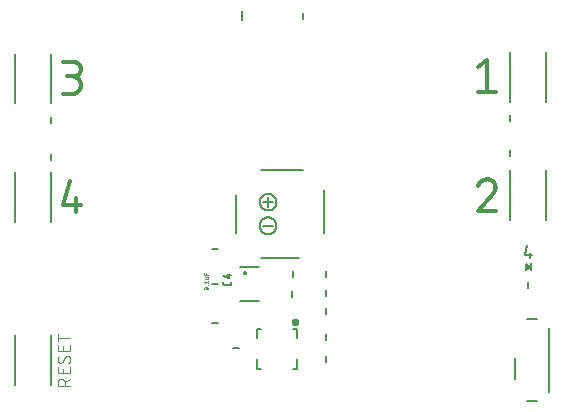
<source format=gto>
G75*
%MOIN*%
%OFA0B0*%
%FSLAX25Y25*%
%IPPOS*%
%LPD*%
%AMOC8*
5,1,8,0,0,1.08239X$1,22.5*
%
%ADD10C,0.01400*%
%ADD11C,0.00400*%
%ADD12C,0.00500*%
%ADD13C,0.00800*%
%ADD14C,0.01600*%
%ADD15R,0.00500X0.03000*%
%ADD16C,0.00600*%
%ADD17C,0.00200*%
D10*
X0035822Y0095600D02*
X0035822Y0100311D01*
X0037589Y0097956D02*
X0031700Y0097956D01*
X0034056Y0106200D01*
X0034644Y0135025D02*
X0031700Y0135025D01*
X0034644Y0135025D02*
X0034752Y0135027D01*
X0034859Y0135033D01*
X0034966Y0135043D01*
X0035073Y0135056D01*
X0035179Y0135074D01*
X0035284Y0135095D01*
X0035389Y0135121D01*
X0035492Y0135150D01*
X0035595Y0135183D01*
X0035696Y0135219D01*
X0035795Y0135260D01*
X0035894Y0135303D01*
X0035990Y0135351D01*
X0036085Y0135402D01*
X0036178Y0135456D01*
X0036268Y0135514D01*
X0036357Y0135575D01*
X0036443Y0135639D01*
X0036527Y0135706D01*
X0036609Y0135776D01*
X0036687Y0135850D01*
X0036763Y0135926D01*
X0036837Y0136004D01*
X0036907Y0136086D01*
X0036974Y0136170D01*
X0037038Y0136256D01*
X0037099Y0136345D01*
X0037157Y0136435D01*
X0037211Y0136528D01*
X0037262Y0136623D01*
X0037310Y0136719D01*
X0037353Y0136818D01*
X0037394Y0136917D01*
X0037430Y0137018D01*
X0037463Y0137121D01*
X0037492Y0137224D01*
X0037518Y0137329D01*
X0037539Y0137434D01*
X0037557Y0137540D01*
X0037570Y0137647D01*
X0037580Y0137754D01*
X0037586Y0137861D01*
X0037588Y0137969D01*
X0037586Y0138077D01*
X0037580Y0138184D01*
X0037570Y0138291D01*
X0037557Y0138398D01*
X0037539Y0138504D01*
X0037518Y0138609D01*
X0037492Y0138714D01*
X0037463Y0138817D01*
X0037430Y0138920D01*
X0037394Y0139021D01*
X0037353Y0139120D01*
X0037310Y0139219D01*
X0037262Y0139315D01*
X0037211Y0139410D01*
X0037157Y0139503D01*
X0037099Y0139593D01*
X0037038Y0139682D01*
X0036974Y0139768D01*
X0036907Y0139852D01*
X0036837Y0139934D01*
X0036763Y0140012D01*
X0036687Y0140088D01*
X0036609Y0140162D01*
X0036527Y0140232D01*
X0036443Y0140299D01*
X0036357Y0140363D01*
X0036268Y0140424D01*
X0036178Y0140482D01*
X0036085Y0140536D01*
X0035990Y0140587D01*
X0035894Y0140635D01*
X0035795Y0140678D01*
X0035696Y0140719D01*
X0035595Y0140755D01*
X0035492Y0140788D01*
X0035389Y0140817D01*
X0035284Y0140843D01*
X0035179Y0140864D01*
X0035073Y0140882D01*
X0034966Y0140895D01*
X0034859Y0140905D01*
X0034752Y0140911D01*
X0034644Y0140913D01*
X0035233Y0140914D02*
X0032878Y0140914D01*
X0035233Y0140913D02*
X0035329Y0140915D01*
X0035425Y0140921D01*
X0035521Y0140931D01*
X0035616Y0140944D01*
X0035710Y0140962D01*
X0035804Y0140983D01*
X0035897Y0141008D01*
X0035988Y0141037D01*
X0036079Y0141070D01*
X0036168Y0141106D01*
X0036255Y0141146D01*
X0036341Y0141190D01*
X0036425Y0141237D01*
X0036507Y0141287D01*
X0036587Y0141341D01*
X0036664Y0141397D01*
X0036739Y0141457D01*
X0036812Y0141520D01*
X0036882Y0141586D01*
X0036949Y0141655D01*
X0037014Y0141726D01*
X0037075Y0141800D01*
X0037133Y0141876D01*
X0037189Y0141955D01*
X0037241Y0142036D01*
X0037289Y0142119D01*
X0037334Y0142204D01*
X0037376Y0142290D01*
X0037414Y0142379D01*
X0037449Y0142468D01*
X0037480Y0142559D01*
X0037507Y0142651D01*
X0037530Y0142745D01*
X0037549Y0142839D01*
X0037565Y0142934D01*
X0037577Y0143029D01*
X0037585Y0143125D01*
X0037589Y0143221D01*
X0037589Y0143317D01*
X0037585Y0143413D01*
X0037577Y0143509D01*
X0037565Y0143604D01*
X0037549Y0143699D01*
X0037530Y0143793D01*
X0037507Y0143887D01*
X0037480Y0143979D01*
X0037449Y0144070D01*
X0037414Y0144159D01*
X0037376Y0144248D01*
X0037334Y0144334D01*
X0037289Y0144419D01*
X0037241Y0144502D01*
X0037189Y0144583D01*
X0037133Y0144662D01*
X0037075Y0144738D01*
X0037014Y0144812D01*
X0036949Y0144883D01*
X0036882Y0144952D01*
X0036812Y0145018D01*
X0036739Y0145081D01*
X0036664Y0145141D01*
X0036587Y0145197D01*
X0036507Y0145251D01*
X0036425Y0145301D01*
X0036341Y0145348D01*
X0036255Y0145392D01*
X0036168Y0145432D01*
X0036079Y0145468D01*
X0035988Y0145501D01*
X0035897Y0145530D01*
X0035804Y0145555D01*
X0035710Y0145576D01*
X0035616Y0145594D01*
X0035521Y0145607D01*
X0035425Y0145617D01*
X0035329Y0145623D01*
X0035233Y0145625D01*
X0031700Y0145625D01*
X0169911Y0144044D02*
X0172856Y0146400D01*
X0172856Y0135800D01*
X0175800Y0135800D02*
X0169911Y0135800D01*
X0175800Y0103925D02*
X0175798Y0103820D01*
X0175792Y0103716D01*
X0175783Y0103611D01*
X0175769Y0103507D01*
X0175752Y0103404D01*
X0175731Y0103302D01*
X0175706Y0103200D01*
X0175678Y0103099D01*
X0175645Y0102999D01*
X0175609Y0102901D01*
X0175570Y0102804D01*
X0175527Y0102708D01*
X0175480Y0102615D01*
X0175430Y0102522D01*
X0175377Y0102432D01*
X0175321Y0102344D01*
X0175261Y0102258D01*
X0175198Y0102174D01*
X0175132Y0102093D01*
X0175063Y0102014D01*
X0174991Y0101938D01*
X0174917Y0101864D01*
X0169911Y0095975D01*
X0175800Y0095975D01*
X0169912Y0104220D02*
X0169949Y0104329D01*
X0169990Y0104437D01*
X0170035Y0104544D01*
X0170084Y0104649D01*
X0170136Y0104752D01*
X0170191Y0104854D01*
X0170250Y0104953D01*
X0170312Y0105051D01*
X0170378Y0105146D01*
X0170447Y0105239D01*
X0170518Y0105330D01*
X0170593Y0105418D01*
X0170671Y0105504D01*
X0170752Y0105587D01*
X0170835Y0105667D01*
X0170921Y0105744D01*
X0171010Y0105818D01*
X0171101Y0105890D01*
X0171195Y0105958D01*
X0171291Y0106022D01*
X0171389Y0106084D01*
X0171489Y0106142D01*
X0171591Y0106197D01*
X0171694Y0106248D01*
X0171800Y0106296D01*
X0171907Y0106340D01*
X0172015Y0106380D01*
X0172125Y0106417D01*
X0172236Y0106450D01*
X0172348Y0106479D01*
X0172461Y0106504D01*
X0172574Y0106526D01*
X0172689Y0106544D01*
X0172804Y0106557D01*
X0172919Y0106567D01*
X0173034Y0106573D01*
X0173150Y0106575D01*
X0173252Y0106573D01*
X0173353Y0106567D01*
X0173454Y0106558D01*
X0173555Y0106544D01*
X0173655Y0106527D01*
X0173754Y0106505D01*
X0173852Y0106480D01*
X0173950Y0106452D01*
X0174046Y0106419D01*
X0174141Y0106383D01*
X0174234Y0106343D01*
X0174326Y0106300D01*
X0174416Y0106253D01*
X0174504Y0106203D01*
X0174590Y0106149D01*
X0174675Y0106093D01*
X0174756Y0106033D01*
X0174836Y0105969D01*
X0174913Y0105903D01*
X0174988Y0105834D01*
X0175059Y0105763D01*
X0175128Y0105688D01*
X0175194Y0105611D01*
X0175258Y0105531D01*
X0175318Y0105450D01*
X0175374Y0105365D01*
X0175428Y0105279D01*
X0175478Y0105191D01*
X0175525Y0105101D01*
X0175568Y0105009D01*
X0175608Y0104916D01*
X0175644Y0104821D01*
X0175677Y0104725D01*
X0175705Y0104627D01*
X0175730Y0104529D01*
X0175752Y0104430D01*
X0175769Y0104330D01*
X0175783Y0104229D01*
X0175792Y0104128D01*
X0175798Y0104027D01*
X0175800Y0103925D01*
D11*
X0034025Y0053838D02*
X0029825Y0053838D01*
X0029825Y0052671D02*
X0029825Y0055005D01*
X0029825Y0051373D02*
X0029825Y0049506D01*
X0034025Y0049506D01*
X0034025Y0051373D01*
X0031692Y0050906D02*
X0031692Y0049506D01*
X0032275Y0047224D02*
X0031575Y0045941D01*
X0029825Y0046407D02*
X0029827Y0046487D01*
X0029832Y0046568D01*
X0029842Y0046648D01*
X0029854Y0046727D01*
X0029871Y0046806D01*
X0029891Y0046884D01*
X0029915Y0046960D01*
X0029942Y0047036D01*
X0029973Y0047110D01*
X0030007Y0047183D01*
X0030044Y0047255D01*
X0030085Y0047324D01*
X0030128Y0047392D01*
X0030175Y0047457D01*
X0031575Y0045941D02*
X0031544Y0045892D01*
X0031510Y0045845D01*
X0031473Y0045800D01*
X0031434Y0045757D01*
X0031392Y0045717D01*
X0031348Y0045680D01*
X0031302Y0045645D01*
X0031253Y0045614D01*
X0031203Y0045585D01*
X0031151Y0045559D01*
X0031098Y0045537D01*
X0031043Y0045518D01*
X0030987Y0045502D01*
X0030931Y0045490D01*
X0030874Y0045481D01*
X0030816Y0045476D01*
X0030758Y0045474D01*
X0030699Y0045476D01*
X0030641Y0045481D01*
X0030583Y0045491D01*
X0030526Y0045503D01*
X0030470Y0045520D01*
X0030415Y0045540D01*
X0030361Y0045563D01*
X0030309Y0045589D01*
X0030258Y0045619D01*
X0030210Y0045652D01*
X0030163Y0045688D01*
X0030119Y0045727D01*
X0030078Y0045768D01*
X0030039Y0045812D01*
X0030003Y0045859D01*
X0029970Y0045907D01*
X0029940Y0045958D01*
X0029914Y0046010D01*
X0029891Y0046064D01*
X0029871Y0046119D01*
X0029854Y0046175D01*
X0029842Y0046232D01*
X0029832Y0046290D01*
X0029827Y0046348D01*
X0029825Y0046407D01*
X0033442Y0045357D02*
X0033502Y0045419D01*
X0033559Y0045484D01*
X0033613Y0045551D01*
X0033665Y0045621D01*
X0033713Y0045692D01*
X0033758Y0045766D01*
X0033800Y0045842D01*
X0033838Y0045919D01*
X0033873Y0045999D01*
X0033905Y0046079D01*
X0033933Y0046161D01*
X0033957Y0046244D01*
X0033978Y0046328D01*
X0033995Y0046413D01*
X0034008Y0046498D01*
X0034017Y0046584D01*
X0034023Y0046671D01*
X0034025Y0046757D01*
X0034023Y0046816D01*
X0034018Y0046874D01*
X0034008Y0046932D01*
X0033996Y0046989D01*
X0033979Y0047045D01*
X0033959Y0047100D01*
X0033936Y0047154D01*
X0033910Y0047206D01*
X0033880Y0047257D01*
X0033847Y0047305D01*
X0033811Y0047352D01*
X0033772Y0047396D01*
X0033731Y0047437D01*
X0033687Y0047476D01*
X0033640Y0047512D01*
X0033592Y0047545D01*
X0033541Y0047575D01*
X0033489Y0047601D01*
X0033435Y0047624D01*
X0033380Y0047644D01*
X0033324Y0047661D01*
X0033267Y0047673D01*
X0033209Y0047683D01*
X0033151Y0047688D01*
X0033092Y0047690D01*
X0033092Y0047691D02*
X0033034Y0047689D01*
X0032976Y0047684D01*
X0032919Y0047675D01*
X0032863Y0047663D01*
X0032807Y0047647D01*
X0032752Y0047628D01*
X0032699Y0047606D01*
X0032647Y0047580D01*
X0032597Y0047551D01*
X0032548Y0047520D01*
X0032502Y0047485D01*
X0032458Y0047448D01*
X0032416Y0047408D01*
X0032377Y0047365D01*
X0032340Y0047320D01*
X0032306Y0047273D01*
X0032275Y0047224D01*
X0034025Y0043921D02*
X0034025Y0042054D01*
X0029825Y0042054D01*
X0029825Y0043921D01*
X0031692Y0043454D02*
X0031692Y0042054D01*
X0032158Y0039195D02*
X0034025Y0040129D01*
X0032158Y0038962D02*
X0032158Y0037795D01*
X0032159Y0038962D02*
X0032157Y0039029D01*
X0032151Y0039095D01*
X0032142Y0039161D01*
X0032129Y0039226D01*
X0032112Y0039291D01*
X0032091Y0039354D01*
X0032067Y0039416D01*
X0032039Y0039477D01*
X0032008Y0039536D01*
X0031974Y0039593D01*
X0031936Y0039648D01*
X0031895Y0039701D01*
X0031852Y0039751D01*
X0031805Y0039799D01*
X0031756Y0039844D01*
X0031705Y0039886D01*
X0031651Y0039925D01*
X0031595Y0039961D01*
X0031537Y0039994D01*
X0031477Y0040024D01*
X0031415Y0040049D01*
X0031353Y0040072D01*
X0031289Y0040091D01*
X0031224Y0040106D01*
X0031158Y0040117D01*
X0031092Y0040125D01*
X0031025Y0040129D01*
X0030959Y0040129D01*
X0030892Y0040125D01*
X0030826Y0040117D01*
X0030760Y0040106D01*
X0030695Y0040091D01*
X0030631Y0040072D01*
X0030569Y0040049D01*
X0030507Y0040024D01*
X0030447Y0039994D01*
X0030389Y0039961D01*
X0030333Y0039925D01*
X0030279Y0039886D01*
X0030228Y0039844D01*
X0030179Y0039799D01*
X0030132Y0039751D01*
X0030089Y0039701D01*
X0030048Y0039648D01*
X0030010Y0039593D01*
X0029976Y0039536D01*
X0029945Y0039477D01*
X0029917Y0039416D01*
X0029893Y0039354D01*
X0029872Y0039291D01*
X0029855Y0039226D01*
X0029842Y0039161D01*
X0029833Y0039095D01*
X0029827Y0039029D01*
X0029825Y0038962D01*
X0029825Y0037795D01*
X0034025Y0037795D01*
D12*
X0097601Y0080336D02*
X0110199Y0080336D01*
X0118664Y0088604D02*
X0118664Y0102974D01*
X0111774Y0109864D02*
X0097601Y0109864D01*
X0089136Y0101399D02*
X0089136Y0088801D01*
X0098388Y0091163D02*
X0101538Y0091163D01*
X0097179Y0091163D02*
X0097181Y0091268D01*
X0097187Y0091374D01*
X0097197Y0091478D01*
X0097211Y0091583D01*
X0097229Y0091687D01*
X0097250Y0091790D01*
X0097276Y0091892D01*
X0097306Y0091993D01*
X0097339Y0092093D01*
X0097376Y0092192D01*
X0097417Y0092289D01*
X0097461Y0092384D01*
X0097509Y0092478D01*
X0097561Y0092570D01*
X0097616Y0092660D01*
X0097674Y0092748D01*
X0097736Y0092833D01*
X0097801Y0092916D01*
X0097868Y0092997D01*
X0097939Y0093075D01*
X0098013Y0093150D01*
X0098090Y0093222D01*
X0098169Y0093292D01*
X0098251Y0093358D01*
X0098335Y0093421D01*
X0098422Y0093481D01*
X0098511Y0093538D01*
X0098602Y0093591D01*
X0098694Y0093641D01*
X0098789Y0093687D01*
X0098885Y0093730D01*
X0098983Y0093769D01*
X0099083Y0093804D01*
X0099183Y0093836D01*
X0099285Y0093863D01*
X0099388Y0093887D01*
X0099491Y0093907D01*
X0099595Y0093923D01*
X0099700Y0093935D01*
X0099805Y0093943D01*
X0099910Y0093947D01*
X0100016Y0093947D01*
X0100121Y0093943D01*
X0100226Y0093935D01*
X0100331Y0093923D01*
X0100435Y0093907D01*
X0100538Y0093887D01*
X0100641Y0093863D01*
X0100743Y0093836D01*
X0100843Y0093804D01*
X0100943Y0093769D01*
X0101041Y0093730D01*
X0101137Y0093687D01*
X0101232Y0093641D01*
X0101324Y0093591D01*
X0101415Y0093538D01*
X0101504Y0093481D01*
X0101591Y0093421D01*
X0101675Y0093358D01*
X0101757Y0093292D01*
X0101836Y0093222D01*
X0101913Y0093150D01*
X0101987Y0093075D01*
X0102058Y0092997D01*
X0102125Y0092916D01*
X0102190Y0092833D01*
X0102252Y0092748D01*
X0102310Y0092660D01*
X0102365Y0092570D01*
X0102417Y0092478D01*
X0102465Y0092384D01*
X0102509Y0092289D01*
X0102550Y0092192D01*
X0102587Y0092093D01*
X0102620Y0091993D01*
X0102650Y0091892D01*
X0102676Y0091790D01*
X0102697Y0091687D01*
X0102715Y0091583D01*
X0102729Y0091478D01*
X0102739Y0091374D01*
X0102745Y0091268D01*
X0102747Y0091163D01*
X0102745Y0091058D01*
X0102739Y0090952D01*
X0102729Y0090848D01*
X0102715Y0090743D01*
X0102697Y0090639D01*
X0102676Y0090536D01*
X0102650Y0090434D01*
X0102620Y0090333D01*
X0102587Y0090233D01*
X0102550Y0090134D01*
X0102509Y0090037D01*
X0102465Y0089942D01*
X0102417Y0089848D01*
X0102365Y0089756D01*
X0102310Y0089666D01*
X0102252Y0089578D01*
X0102190Y0089493D01*
X0102125Y0089410D01*
X0102058Y0089329D01*
X0101987Y0089251D01*
X0101913Y0089176D01*
X0101836Y0089104D01*
X0101757Y0089034D01*
X0101675Y0088968D01*
X0101591Y0088905D01*
X0101504Y0088845D01*
X0101415Y0088788D01*
X0101324Y0088735D01*
X0101232Y0088685D01*
X0101137Y0088639D01*
X0101041Y0088596D01*
X0100943Y0088557D01*
X0100843Y0088522D01*
X0100743Y0088490D01*
X0100641Y0088463D01*
X0100538Y0088439D01*
X0100435Y0088419D01*
X0100331Y0088403D01*
X0100226Y0088391D01*
X0100121Y0088383D01*
X0100016Y0088379D01*
X0099910Y0088379D01*
X0099805Y0088383D01*
X0099700Y0088391D01*
X0099595Y0088403D01*
X0099491Y0088419D01*
X0099388Y0088439D01*
X0099285Y0088463D01*
X0099183Y0088490D01*
X0099083Y0088522D01*
X0098983Y0088557D01*
X0098885Y0088596D01*
X0098789Y0088639D01*
X0098694Y0088685D01*
X0098602Y0088735D01*
X0098511Y0088788D01*
X0098422Y0088845D01*
X0098335Y0088905D01*
X0098251Y0088968D01*
X0098169Y0089034D01*
X0098090Y0089104D01*
X0098013Y0089176D01*
X0097939Y0089251D01*
X0097868Y0089329D01*
X0097801Y0089410D01*
X0097736Y0089493D01*
X0097674Y0089578D01*
X0097616Y0089666D01*
X0097561Y0089756D01*
X0097509Y0089848D01*
X0097461Y0089942D01*
X0097417Y0090037D01*
X0097376Y0090134D01*
X0097339Y0090233D01*
X0097306Y0090333D01*
X0097276Y0090434D01*
X0097250Y0090536D01*
X0097229Y0090639D01*
X0097211Y0090743D01*
X0097197Y0090848D01*
X0097187Y0090952D01*
X0097181Y0091058D01*
X0097179Y0091163D01*
X0099963Y0097462D02*
X0099963Y0100612D01*
X0097179Y0099037D02*
X0097181Y0099142D01*
X0097187Y0099248D01*
X0097197Y0099352D01*
X0097211Y0099457D01*
X0097229Y0099561D01*
X0097250Y0099664D01*
X0097276Y0099766D01*
X0097306Y0099867D01*
X0097339Y0099967D01*
X0097376Y0100066D01*
X0097417Y0100163D01*
X0097461Y0100258D01*
X0097509Y0100352D01*
X0097561Y0100444D01*
X0097616Y0100534D01*
X0097674Y0100622D01*
X0097736Y0100707D01*
X0097801Y0100790D01*
X0097868Y0100871D01*
X0097939Y0100949D01*
X0098013Y0101024D01*
X0098090Y0101096D01*
X0098169Y0101166D01*
X0098251Y0101232D01*
X0098335Y0101295D01*
X0098422Y0101355D01*
X0098511Y0101412D01*
X0098602Y0101465D01*
X0098694Y0101515D01*
X0098789Y0101561D01*
X0098885Y0101604D01*
X0098983Y0101643D01*
X0099083Y0101678D01*
X0099183Y0101710D01*
X0099285Y0101737D01*
X0099388Y0101761D01*
X0099491Y0101781D01*
X0099595Y0101797D01*
X0099700Y0101809D01*
X0099805Y0101817D01*
X0099910Y0101821D01*
X0100016Y0101821D01*
X0100121Y0101817D01*
X0100226Y0101809D01*
X0100331Y0101797D01*
X0100435Y0101781D01*
X0100538Y0101761D01*
X0100641Y0101737D01*
X0100743Y0101710D01*
X0100843Y0101678D01*
X0100943Y0101643D01*
X0101041Y0101604D01*
X0101137Y0101561D01*
X0101232Y0101515D01*
X0101324Y0101465D01*
X0101415Y0101412D01*
X0101504Y0101355D01*
X0101591Y0101295D01*
X0101675Y0101232D01*
X0101757Y0101166D01*
X0101836Y0101096D01*
X0101913Y0101024D01*
X0101987Y0100949D01*
X0102058Y0100871D01*
X0102125Y0100790D01*
X0102190Y0100707D01*
X0102252Y0100622D01*
X0102310Y0100534D01*
X0102365Y0100444D01*
X0102417Y0100352D01*
X0102465Y0100258D01*
X0102509Y0100163D01*
X0102550Y0100066D01*
X0102587Y0099967D01*
X0102620Y0099867D01*
X0102650Y0099766D01*
X0102676Y0099664D01*
X0102697Y0099561D01*
X0102715Y0099457D01*
X0102729Y0099352D01*
X0102739Y0099248D01*
X0102745Y0099142D01*
X0102747Y0099037D01*
X0102745Y0098932D01*
X0102739Y0098826D01*
X0102729Y0098722D01*
X0102715Y0098617D01*
X0102697Y0098513D01*
X0102676Y0098410D01*
X0102650Y0098308D01*
X0102620Y0098207D01*
X0102587Y0098107D01*
X0102550Y0098008D01*
X0102509Y0097911D01*
X0102465Y0097816D01*
X0102417Y0097722D01*
X0102365Y0097630D01*
X0102310Y0097540D01*
X0102252Y0097452D01*
X0102190Y0097367D01*
X0102125Y0097284D01*
X0102058Y0097203D01*
X0101987Y0097125D01*
X0101913Y0097050D01*
X0101836Y0096978D01*
X0101757Y0096908D01*
X0101675Y0096842D01*
X0101591Y0096779D01*
X0101504Y0096719D01*
X0101415Y0096662D01*
X0101324Y0096609D01*
X0101232Y0096559D01*
X0101137Y0096513D01*
X0101041Y0096470D01*
X0100943Y0096431D01*
X0100843Y0096396D01*
X0100743Y0096364D01*
X0100641Y0096337D01*
X0100538Y0096313D01*
X0100435Y0096293D01*
X0100331Y0096277D01*
X0100226Y0096265D01*
X0100121Y0096257D01*
X0100016Y0096253D01*
X0099910Y0096253D01*
X0099805Y0096257D01*
X0099700Y0096265D01*
X0099595Y0096277D01*
X0099491Y0096293D01*
X0099388Y0096313D01*
X0099285Y0096337D01*
X0099183Y0096364D01*
X0099083Y0096396D01*
X0098983Y0096431D01*
X0098885Y0096470D01*
X0098789Y0096513D01*
X0098694Y0096559D01*
X0098602Y0096609D01*
X0098511Y0096662D01*
X0098422Y0096719D01*
X0098335Y0096779D01*
X0098251Y0096842D01*
X0098169Y0096908D01*
X0098090Y0096978D01*
X0098013Y0097050D01*
X0097939Y0097125D01*
X0097868Y0097203D01*
X0097801Y0097284D01*
X0097736Y0097367D01*
X0097674Y0097452D01*
X0097616Y0097540D01*
X0097561Y0097630D01*
X0097509Y0097722D01*
X0097461Y0097816D01*
X0097417Y0097911D01*
X0097376Y0098008D01*
X0097339Y0098107D01*
X0097306Y0098207D01*
X0097276Y0098308D01*
X0097250Y0098410D01*
X0097229Y0098513D01*
X0097211Y0098617D01*
X0097197Y0098722D01*
X0097187Y0098826D01*
X0097181Y0098932D01*
X0097179Y0099037D01*
X0098388Y0099037D02*
X0101538Y0099037D01*
X0185456Y0081231D02*
X0187844Y0081231D01*
X0187128Y0082186D02*
X0187128Y0080275D01*
X0185456Y0081231D02*
X0186411Y0084575D01*
D13*
X0015494Y0054668D02*
X0015494Y0038132D01*
X0027506Y0038132D02*
X0027506Y0054668D01*
X0027506Y0092507D02*
X0027506Y0109043D01*
X0027500Y0113200D02*
X0027500Y0115200D01*
X0015494Y0109043D02*
X0015494Y0092507D01*
X0027500Y0125400D02*
X0027500Y0127400D01*
X0027506Y0131882D02*
X0027506Y0148418D01*
X0015494Y0148418D02*
X0015494Y0131882D01*
X0081200Y0083500D02*
X0083200Y0083500D01*
X0090550Y0077409D02*
X0096850Y0077409D01*
X0091928Y0075440D02*
X0091930Y0075479D01*
X0091936Y0075518D01*
X0091946Y0075556D01*
X0091959Y0075593D01*
X0091976Y0075628D01*
X0091996Y0075662D01*
X0092020Y0075693D01*
X0092047Y0075722D01*
X0092076Y0075748D01*
X0092108Y0075771D01*
X0092142Y0075791D01*
X0092178Y0075807D01*
X0092215Y0075819D01*
X0092254Y0075828D01*
X0092293Y0075833D01*
X0092332Y0075834D01*
X0092371Y0075831D01*
X0092410Y0075824D01*
X0092447Y0075813D01*
X0092484Y0075799D01*
X0092519Y0075781D01*
X0092552Y0075760D01*
X0092583Y0075735D01*
X0092611Y0075708D01*
X0092636Y0075678D01*
X0092658Y0075645D01*
X0092677Y0075611D01*
X0092692Y0075575D01*
X0092704Y0075537D01*
X0092712Y0075499D01*
X0092716Y0075460D01*
X0092716Y0075420D01*
X0092712Y0075381D01*
X0092704Y0075343D01*
X0092692Y0075305D01*
X0092677Y0075269D01*
X0092658Y0075235D01*
X0092636Y0075202D01*
X0092611Y0075172D01*
X0092583Y0075145D01*
X0092552Y0075120D01*
X0092519Y0075099D01*
X0092484Y0075081D01*
X0092447Y0075067D01*
X0092410Y0075056D01*
X0092371Y0075049D01*
X0092332Y0075046D01*
X0092293Y0075047D01*
X0092254Y0075052D01*
X0092215Y0075061D01*
X0092178Y0075073D01*
X0092142Y0075089D01*
X0092108Y0075109D01*
X0092076Y0075132D01*
X0092047Y0075158D01*
X0092020Y0075187D01*
X0091996Y0075218D01*
X0091976Y0075252D01*
X0091959Y0075287D01*
X0091946Y0075324D01*
X0091936Y0075362D01*
X0091930Y0075401D01*
X0091928Y0075440D01*
X0083200Y0071700D02*
X0081200Y0071700D01*
X0090550Y0065991D02*
X0096850Y0065991D01*
X0108100Y0067500D02*
X0108100Y0069500D01*
X0108200Y0074000D02*
X0108200Y0076000D01*
X0119450Y0076000D02*
X0119450Y0074000D01*
X0119450Y0069600D02*
X0119450Y0067600D01*
X0119450Y0063600D02*
X0119450Y0061600D01*
X0119450Y0055200D02*
X0119450Y0053200D01*
X0119450Y0047700D02*
X0119450Y0045700D01*
X0109593Y0046607D02*
X0109593Y0043457D01*
X0108215Y0043457D01*
X0097585Y0043457D02*
X0096207Y0043457D01*
X0096207Y0046607D01*
X0090200Y0050350D02*
X0088200Y0050350D01*
X0096207Y0053693D02*
X0096207Y0056843D01*
X0097585Y0056843D01*
X0108215Y0056843D02*
X0109593Y0056843D01*
X0109593Y0053693D01*
X0083300Y0058600D02*
X0081300Y0058600D01*
X0180494Y0093132D02*
X0180494Y0109668D01*
X0180500Y0114300D02*
X0180500Y0116300D01*
X0180500Y0126000D02*
X0180500Y0128000D01*
X0180494Y0132507D02*
X0180494Y0149043D01*
X0192506Y0149043D02*
X0192506Y0132507D01*
X0192506Y0109668D02*
X0192506Y0093132D01*
X0186700Y0072300D02*
X0186700Y0070300D01*
X0186319Y0060089D02*
X0189681Y0060089D01*
X0193618Y0057030D02*
X0193618Y0035770D01*
X0189681Y0032711D02*
X0186319Y0032711D01*
X0182382Y0039994D02*
X0182382Y0046900D01*
X0111600Y0160150D02*
X0111600Y0162150D01*
X0091325Y0162650D02*
X0091325Y0159650D01*
D14*
X0108608Y0059008D02*
X0108610Y0059047D01*
X0108616Y0059086D01*
X0108626Y0059124D01*
X0108639Y0059161D01*
X0108656Y0059196D01*
X0108676Y0059230D01*
X0108700Y0059261D01*
X0108727Y0059290D01*
X0108756Y0059316D01*
X0108788Y0059339D01*
X0108822Y0059359D01*
X0108858Y0059375D01*
X0108895Y0059387D01*
X0108934Y0059396D01*
X0108973Y0059401D01*
X0109012Y0059402D01*
X0109051Y0059399D01*
X0109090Y0059392D01*
X0109127Y0059381D01*
X0109164Y0059367D01*
X0109199Y0059349D01*
X0109232Y0059328D01*
X0109263Y0059303D01*
X0109291Y0059276D01*
X0109316Y0059246D01*
X0109338Y0059213D01*
X0109357Y0059179D01*
X0109372Y0059143D01*
X0109384Y0059105D01*
X0109392Y0059067D01*
X0109396Y0059028D01*
X0109396Y0058988D01*
X0109392Y0058949D01*
X0109384Y0058911D01*
X0109372Y0058873D01*
X0109357Y0058837D01*
X0109338Y0058803D01*
X0109316Y0058770D01*
X0109291Y0058740D01*
X0109263Y0058713D01*
X0109232Y0058688D01*
X0109199Y0058667D01*
X0109164Y0058649D01*
X0109127Y0058635D01*
X0109090Y0058624D01*
X0109051Y0058617D01*
X0109012Y0058614D01*
X0108973Y0058615D01*
X0108934Y0058620D01*
X0108895Y0058629D01*
X0108858Y0058641D01*
X0108822Y0058657D01*
X0108788Y0058677D01*
X0108756Y0058700D01*
X0108727Y0058726D01*
X0108700Y0058755D01*
X0108676Y0058786D01*
X0108656Y0058820D01*
X0108639Y0058855D01*
X0108626Y0058892D01*
X0108616Y0058930D01*
X0108610Y0058969D01*
X0108608Y0059008D01*
D15*
X0187500Y0077300D03*
D16*
X0187250Y0077300D02*
X0186000Y0076300D01*
X0186000Y0078300D01*
X0187250Y0077300D01*
X0187065Y0077448D02*
X0186000Y0077448D01*
X0186000Y0076850D02*
X0186687Y0076850D01*
X0186317Y0078047D02*
X0186000Y0078047D01*
X0087600Y0074717D02*
X0086444Y0074717D01*
X0087022Y0075150D02*
X0087022Y0073706D01*
X0085000Y0074283D01*
X0085000Y0072447D02*
X0085000Y0071869D01*
X0085002Y0071821D01*
X0085008Y0071774D01*
X0085018Y0071727D01*
X0085031Y0071681D01*
X0085049Y0071637D01*
X0085070Y0071594D01*
X0085094Y0071553D01*
X0085122Y0071514D01*
X0085153Y0071478D01*
X0085187Y0071444D01*
X0085223Y0071413D01*
X0085262Y0071385D01*
X0085303Y0071361D01*
X0085346Y0071340D01*
X0085390Y0071322D01*
X0085436Y0071309D01*
X0085483Y0071299D01*
X0085530Y0071293D01*
X0085578Y0071291D01*
X0085578Y0071292D02*
X0087022Y0071292D01*
X0087022Y0071291D02*
X0087070Y0071293D01*
X0087117Y0071299D01*
X0087164Y0071309D01*
X0087210Y0071322D01*
X0087254Y0071340D01*
X0087297Y0071361D01*
X0087338Y0071385D01*
X0087377Y0071413D01*
X0087413Y0071444D01*
X0087447Y0071478D01*
X0087478Y0071514D01*
X0087506Y0071553D01*
X0087530Y0071594D01*
X0087551Y0071637D01*
X0087569Y0071681D01*
X0087582Y0071727D01*
X0087592Y0071774D01*
X0087598Y0071821D01*
X0087600Y0071869D01*
X0087600Y0072447D01*
D17*
X0079950Y0072281D02*
X0078550Y0072281D01*
X0078861Y0071892D01*
X0079250Y0069876D02*
X0079315Y0069878D01*
X0079381Y0069883D01*
X0079445Y0069893D01*
X0079509Y0069906D01*
X0079573Y0069922D01*
X0079635Y0069942D01*
X0079696Y0069966D01*
X0079756Y0069993D01*
X0079639Y0069954D02*
X0078861Y0070576D01*
X0078745Y0070537D02*
X0078715Y0070525D01*
X0078686Y0070510D01*
X0078659Y0070491D01*
X0078635Y0070469D01*
X0078613Y0070445D01*
X0078595Y0070419D01*
X0078579Y0070391D01*
X0078566Y0070361D01*
X0078557Y0070329D01*
X0078552Y0070297D01*
X0078550Y0070265D01*
X0078552Y0070233D01*
X0078557Y0070201D01*
X0078566Y0070169D01*
X0078579Y0070139D01*
X0078595Y0070111D01*
X0078613Y0070085D01*
X0078635Y0070061D01*
X0078659Y0070039D01*
X0078686Y0070020D01*
X0078715Y0070005D01*
X0078745Y0069993D01*
X0078744Y0070537D02*
X0078804Y0070564D01*
X0078865Y0070588D01*
X0078927Y0070608D01*
X0078991Y0070624D01*
X0079055Y0070637D01*
X0079119Y0070647D01*
X0079185Y0070652D01*
X0079250Y0070654D01*
X0079250Y0069876D02*
X0079185Y0069878D01*
X0079119Y0069883D01*
X0079055Y0069893D01*
X0078991Y0069906D01*
X0078927Y0069922D01*
X0078865Y0069942D01*
X0078804Y0069966D01*
X0078744Y0069993D01*
X0079250Y0070654D02*
X0079315Y0070652D01*
X0079381Y0070647D01*
X0079445Y0070637D01*
X0079509Y0070624D01*
X0079573Y0070608D01*
X0079635Y0070588D01*
X0079696Y0070564D01*
X0079756Y0070537D01*
X0079755Y0070537D02*
X0079785Y0070525D01*
X0079814Y0070510D01*
X0079841Y0070491D01*
X0079865Y0070469D01*
X0079887Y0070445D01*
X0079905Y0070419D01*
X0079921Y0070391D01*
X0079934Y0070361D01*
X0079943Y0070329D01*
X0079948Y0070297D01*
X0079950Y0070265D01*
X0079948Y0070233D01*
X0079943Y0070201D01*
X0079934Y0070169D01*
X0079921Y0070139D01*
X0079905Y0070111D01*
X0079887Y0070085D01*
X0079865Y0070061D01*
X0079841Y0070039D01*
X0079814Y0070020D01*
X0079785Y0070005D01*
X0079755Y0069993D01*
X0079872Y0071234D02*
X0079872Y0071312D01*
X0079950Y0071312D01*
X0079950Y0071234D01*
X0079872Y0071234D01*
X0079950Y0071892D02*
X0079950Y0072670D01*
X0079717Y0073362D02*
X0079017Y0073362D01*
X0079017Y0073984D02*
X0079950Y0073984D01*
X0079950Y0073595D01*
X0079948Y0073567D01*
X0079943Y0073539D01*
X0079935Y0073512D01*
X0079923Y0073487D01*
X0079909Y0073463D01*
X0079891Y0073440D01*
X0079872Y0073421D01*
X0079849Y0073403D01*
X0079825Y0073389D01*
X0079800Y0073377D01*
X0079773Y0073369D01*
X0079745Y0073364D01*
X0079717Y0073362D01*
X0079950Y0074728D02*
X0078550Y0074728D01*
X0078550Y0075350D01*
X0079172Y0075350D02*
X0079172Y0074728D01*
M02*

</source>
